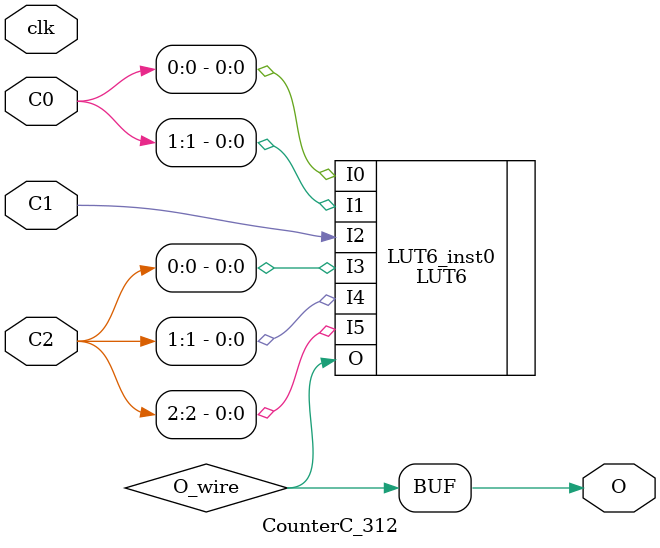
<source format=sv>
`timescale 1ns / 1ps


module CounterC_312 #(
    parameter OUTREG = "FALSE",
    parameter USETNM = "USET0",
    parameter RLOCNM = "X0Y0"
)(
    input  logic         clk,
    input  logic [1 : 0] C0,
    input  logic         C1,
    input  logic [2 : 0] C2,
    output logic         O
    );

    logic O_wire;
    (* U_SET = USETNM, RLOC = RLOCNM *) logic O_reg;

    (* U_SET = USETNM, RLOC = RLOCNM *)
    LUT6 #(
        .INIT(64'h8000000000000000)
    ) LUT6_inst0 (
        .O (O_wire),
        .I0(C0[0] ),
        .I1(C0[1] ),
        .I2(C1    ),
        .I3(C2[0] ),
        .I4(C2[1] ),
        .I5(C2[2] )
    );

    generate
        if (OUTREG == "FALSE") begin
            assign O = O_wire;
        end else begin
            assign O = O_reg;
            always_ff @(posedge clk)
                O_reg <= O_wire;
        end
    endgenerate

endmodule

</source>
